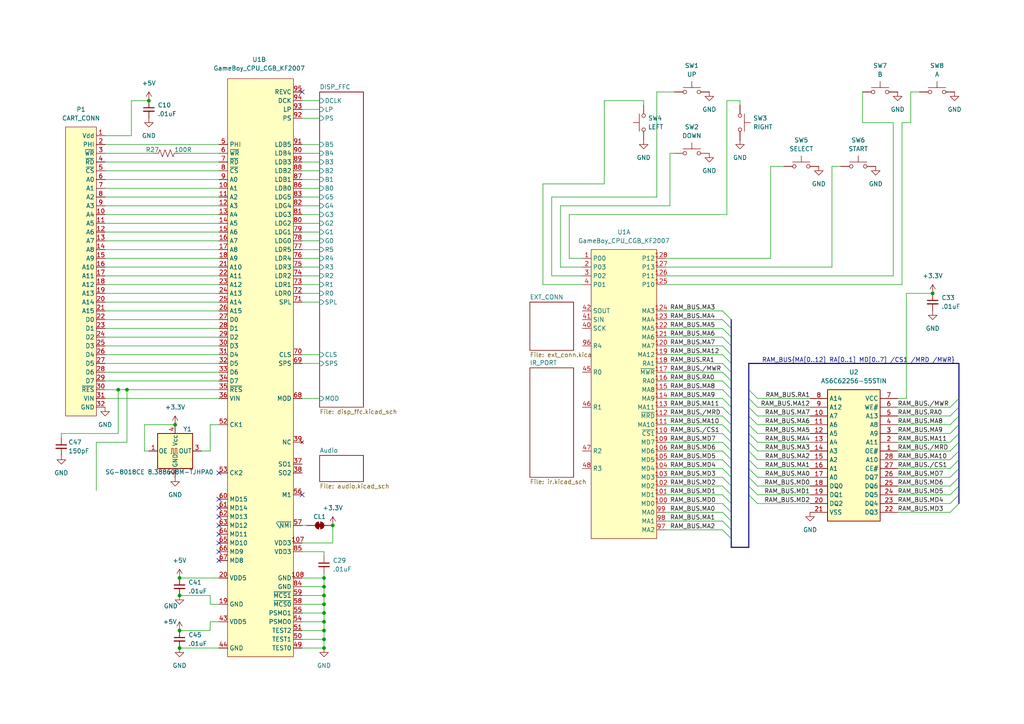
<source format=kicad_sch>
(kicad_sch (version 20250114) (generator "eeschema") (generator_version "9.0")
  (paper "A4")
  (title_block (title "OpenGBC PCB") (company "WhatWare"))
  (lib_symbols
    (symbol "AS6C62256-55STIN:AS6C62256-55STIN"
      (property "Reference" "IC" (at 21.59 7.62 0))
      (property "Value" "AS6C62256-55STIN" (at 21.59 5.08 0))
      (symbol "AS6C62256-55STIN_1_1"
        (rectangle (start 5.08 2.54) (end 20.32 -35.56) (stroke (width 0.254)) (fill (type background)))
        (pin passive line (at 0 0 0) (length 5.08) (name "A14") (number "8"))
        (pin passive line (at 0 -2.54 0) (length 5.08) (name "A12") (number "9"))
        (pin passive line (at 0 -5.08 0) (length 5.08) (name "A7") (number "10"))
        (pin passive line (at 0 -7.62 0) (length 5.08) (name "A6") (number "11"))
        (pin passive line (at 0 -10.16 0) (length 5.08) (name "A5") (number "12"))
        (pin passive line (at 0 -12.7 0) (length 5.08) (name "A4") (number "13"))
        (pin passive line (at 0 -15.24 0) (length 5.08) (name "A3") (number "14"))
        (pin passive line (at 0 -17.78 0) (length 5.08) (name "A2") (number "15"))
        (pin passive line (at 0 -20.32 0) (length 5.08) (name "A1") (number "16"))
        (pin passive line (at 0 -22.86 0) (length 5.08) (name "A0") (number "17"))
        (pin passive line (at 0 -25.4 0) (length 5.08) (name "DQ0") (number "18"))
        (pin passive line (at 0 -27.94 0) (length 5.08) (name "DQ1") (number "19"))
        (pin passive line (at 0 -30.48 0) (length 5.08) (name "DQ2") (number "20"))
        (pin passive line (at 0 -33.02 0) (length 5.08) (name "VSS") (number "21"))
        (pin passive line (at 25.4 0 180) (length 5.08) (name "VCC") (number "7"))
        (pin passive line (at 25.4 -2.54 180) (length 5.08) (name "WE#") (number "6"))
        (pin passive line (at 25.4 -5.08 180) (length 5.08) (name "A13") (number "5"))
        (pin passive line (at 25.4 -7.62 180) (length 5.08) (name "A8") (number "4"))
        (pin passive line (at 25.4 -10.16 180) (length 5.08) (name "A9") (number "3"))
        (pin passive line (at 25.4 -12.7 180) (length 5.08) (name "A11") (number "2"))
        (pin passive line (at 25.4 -15.24 180) (length 5.08) (name "OE#") (number "1"))
        (pin passive line (at 25.4 -17.78 180) (length 5.08) (name "A10") (number "28"))
        (pin passive line (at 25.4 -20.32 180) (length 5.08) (name "CE#") (number "27"))
        (pin passive line (at 25.4 -22.86 180) (length 5.08) (name "DQ7") (number "26"))
        (pin passive line (at 25.4 -25.4 180) (length 5.08) (name "DQ6") (number "25"))
        (pin passive line (at 25.4 -27.94 180) (length 5.08) (name "DQ5") (number "24"))
        (pin passive line (at 25.4 -30.48 180) (length 5.08) (name "DQ4") (number "23"))
        (pin passive line (at 25.4 -33.02 180) (length 5.08) (name "DQ3") (number "22"))
      )
    )
    (symbol "Device:C_Small" (pin_numbers (hide yes)) (pin_names (offset 0.254) (hide yes))
      (property "Reference" "C" (at 0.254 1.778 0))
      (property "Value" "C_Small" (at 0.254 -2.032 0))
      (symbol "C_Small_0_1"
        (polyline (pts (xy -1.524 0.508) (xy 1.524 0.508)) (stroke (width 0.3048)))
        (polyline (pts (xy -1.524 -0.508) (xy 1.524 -0.508)) (stroke (width 0.3302)))
      )
      (symbol "C_Small_1_1"
        (pin passive line (at 0 2.54 270) (length 2.032) (name "~") (number "1"))
        (pin passive line (at 0 -2.54 90) (length 2.032) (name "~") (number "2"))
      )
    )
    (symbol "Device:R_US" (pin_numbers (hide yes)) (pin_names (offset 0))
      (property "Reference" "R" (at 2.54 0 90))
      (property "Value" "R_US" (at -2.54 0 90))
      (symbol "R_US_0_1"
        (polyline (pts (xy 0 2.286) (xy 0 2.54)))
        (polyline (pts (xy 0 2.286) (xy 1.016 1.905) (xy 0 1.524) (xy -1.016 1.143) (xy 0 0.762)))
        (polyline (pts (xy 0 0.762) (xy 1.016 0.381) (xy 0 0) (xy -1.016 -0.381) (xy 0 -0.762)))
        (polyline (pts (xy 0 -0.762) (xy 1.016 -1.143) (xy 0 -1.524) (xy -1.016 -1.905) (xy 0 -2.286)))
        (polyline (pts (xy 0 -2.286) (xy 0 -2.54)))
      )
      (symbol "R_US_1_1"
        (pin passive line (at 0 3.81 270) (length 1.27) (name "~") (number "1"))
        (pin passive line (at 0 -3.81 90) (length 1.27) (name "~") (number "2"))
      )
    )
    (symbol "GameBoy_CPU_CGB_KF2007:GameBoy_CPU_CGB_KF2007"
      (property "Reference" "U" (at 0 135.89 0))
      (property "Value" "GameBoy_CPU_CGB_KF2007" (at 0 133.35 0))
      (symbol "GameBoy_CPU_CGB_KF2007_1_1"
        (rectangle (start -10.16 114.3) (end 8.89 30.48) (fill (type background)))
        (pin input line (at -12.7 111.76 0) (length 2.54) (name "P00") (number "1"))
        (pin input line (at -12.7 109.22 0) (length 2.54) (name "P03") (number "2"))
        (pin input line (at -12.7 106.68 0) (length 2.54) (name "P02") (number "3"))
        (pin input line (at -12.7 104.14 0) (length 2.54) (name "P01") (number "4"))
        (pin output line (at -12.7 96.52 0) (length 2.54) (name "SOUT") (number "42"))
        (pin input line (at -12.7 93.98 0) (length 2.54) (name "SIN") (number "41"))
        (pin bidirectional line (at -12.7 91.44 0) (length 2.54) (name "SCK") (number "40"))
        (pin input line (at -12.7 86.36 0) (length 2.54) (name "R4") (number "96"))
        (pin output line (at -12.7 78.74 0) (length 2.54) (name "R0") (number "45"))
        (pin output line (at -12.7 68.58 0) (length 2.54) (name "R1") (number "46"))
        (pin input line (at -12.7 55.88 0) (length 2.54) (name "R2") (number "47"))
        (pin input line (at -12.7 50.8 0) (length 2.54) (name "R3") (number "48"))
        (pin input line (at 11.43 111.76 180) (length 2.54) (name "P12") (number "128"))
        (pin input line (at 11.43 109.22 180) (length 2.54) (name "P13") (number "127"))
        (pin input line (at 11.43 106.68 180) (length 2.54) (name "P11") (number "126"))
        (pin input line (at 11.43 104.14 180) (length 2.54) (name "P10") (number "125"))
        (pin output line (at 11.43 96.52 180) (length 2.54) (name "MA3") (number "124"))
        (pin output line (at 11.43 93.98 180) (length 2.54) (name "MA4") (number "123"))
        (pin output line (at 11.43 91.44 180) (length 2.54) (name "MA5") (number "122"))
        (pin output line (at 11.43 88.9 180) (length 2.54) (name "MA6") (number "121"))
        (pin output line (at 11.43 86.36 180) (length 2.54) (name "MA7") (number "120"))
        (pin output line (at 11.43 83.82 180) (length 2.54) (name "MA12") (number "119"))
        (pin output line (at 11.43 81.28 180) (length 2.54) (name "RA1") (number "118"))
        (pin output line (at 11.43 78.74 180) (length 2.54) (name "~{MWR}") (number "117"))
        (pin output line (at 11.43 76.2 180) (length 2.54) (name "RA0") (number "116"))
        (pin output line (at 11.43 73.66 180) (length 2.54) (name "MA8") (number "115"))
        (pin output line (at 11.43 71.12 180) (length 2.54) (name "MA9") (number "114"))
        (pin output line (at 11.43 68.58 180) (length 2.54) (name "MA11") (number "113"))
        (pin output line (at 11.43 66.04 180) (length 2.54) (name "~{MRD}") (number "112"))
        (pin output line (at 11.43 63.5 180) (length 2.54) (name "MA10") (number "111"))
        (pin output line (at 11.43 60.96 180) (length 2.54) (name "~{CS1}") (number "110"))
        (pin bidirectional line (at 11.43 58.42 180) (length 2.54) (name "MD7") (number "109"))
        (pin bidirectional line (at 11.43 55.88 180) (length 2.54) (name "MD6") (number "106"))
        (pin bidirectional line (at 11.43 53.34 180) (length 2.54) (name "MD5") (number "105"))
        (pin bidirectional line (at 11.43 50.8 180) (length 2.54) (name "MD4") (number "104"))
        (pin bidirectional line (at 11.43 48.26 180) (length 2.54) (name "MD3") (number "103"))
        (pin bidirectional line (at 11.43 45.72 180) (length 2.54) (name "MD2") (number "102"))
        (pin bidirectional line (at 11.43 43.18 180) (length 2.54) (name "MD1") (number "101"))
        (pin bidirectional line (at 11.43 40.64 180) (length 2.54) (name "MD0") (number "100"))
        (pin output line (at 11.43 38.1 180) (length 2.54) (name "MA0") (number "99"))
        (pin output line (at 11.43 35.56 180) (length 2.54) (name "MA1") (number "98"))
        (pin output line (at 11.43 33.02 180) (length 2.54) (name "MA2") (number "97"))
      )
      (symbol "GameBoy_CPU_CGB_KF2007_2_1"
        (rectangle (start -10.16 130.81) (end 8.89 -36.83) (fill (type background)))
        (pin output line (at -12.7 111.76 0) (length 2.54) (name "PHI") (number "5"))
        (pin output line (at -12.7 109.22 0) (length 2.54) (name "~{WR}") (number "6"))
        (pin output line (at -12.7 106.68 0) (length 2.54) (name "~{RD}") (number "7"))
        (pin output line (at -12.7 104.14 0) (length 2.54) (name "~{CS}") (number "8"))
        (pin output line (at -12.7 101.6 0) (length 2.54) (name "A0") (number "9"))
        (pin output line (at -12.7 99.06 0) (length 2.54) (name "A1") (number "10"))
        (pin output line (at -12.7 96.52 0) (length 2.54) (name "A2") (number "11"))
        (pin output line (at -12.7 93.98 0) (length 2.54) (name "A3") (number "12"))
        (pin output line (at -12.7 91.44 0) (length 2.54) (name "A4") (number "13"))
        (pin output line (at -12.7 88.9 0) (length 2.54) (name "A5") (number "14"))
        (pin output line (at -12.7 86.36 0) (length 2.54) (name "A6") (number "15"))
        (pin output line (at -12.7 83.82 0) (length 2.54) (name "A7") (number "16"))
        (pin output line (at -12.7 81.28 0) (length 2.54) (name "A8") (number "17"))
        (pin output line (at -12.7 78.74 0) (length 2.54) (name "A9") (number "18"))
        (pin output line (at -12.7 76.2 0) (length 2.54) (name "A10") (number "21"))
        (pin output line (at -12.7 73.66 0) (length 2.54) (name "A11") (number "22"))
        (pin output line (at -12.7 71.12 0) (length 2.54) (name "A12") (number "23"))
        (pin output line (at -12.7 68.58 0) (length 2.54) (name "A13") (number "24"))
        (pin output line (at -12.7 66.04 0) (length 2.54) (name "A14") (number "25"))
        (pin output line (at -12.7 63.5 0) (length 2.54) (name "A15") (number "26"))
        (pin bidirectional line (at -12.7 60.96 0) (length 2.54) (name "D0") (number "27"))
        (pin bidirectional line (at -12.7 58.42 0) (length 2.54) (name "D1") (number "28"))
        (pin bidirectional line (at -12.7 55.88 0) (length 2.54) (name "D2") (number "29"))
        (pin bidirectional line (at -12.7 53.34 0) (length 2.54) (name "D3") (number "30"))
        (pin bidirectional line (at -12.7 50.8 0) (length 2.54) (name "D4") (number "31"))
        (pin bidirectional line (at -12.7 48.26 0) (length 2.54) (name "D5") (number "32"))
        (pin bidirectional line (at -12.7 45.72 0) (length 2.54) (name "D6") (number "33"))
        (pin bidirectional line (at -12.7 43.18 0) (length 2.54) (name "D7") (number "34"))
        (pin input line (at -12.7 40.64 0) (length 2.54) (name "~{RES}") (number "35"))
        (pin input line (at -12.7 38.1 0) (length 2.54) (name "VIN") (number "36"))
        (pin input line (at -12.7 30.48 0) (length 2.54) (name "CK1") (number "52"))
        (pin passive line (at -12.7 16.51 0) (length 2.54) (name "CK2") (number "53"))
        (pin bidirectional line (at -12.7 8.89 0) (length 2.54) (name "MD15") (number "60"))
        (pin bidirectional line (at -12.7 6.35 0) (length 2.54) (name "MD14") (number "61"))
        (pin bidirectional line (at -12.7 3.81 0) (length 2.54) (name "MD13") (number "62"))
        (pin bidirectional line (at -12.7 1.27 0) (length 2.54) (name "MD12") (number "63"))
        (pin bidirectional line (at -12.7 -1.27 0) (length 2.54) (name "MD11") (number "64"))
        (pin bidirectional line (at -12.7 -3.81 0) (length 2.54) (name "MD10") (number "65"))
        (pin bidirectional line (at -12.7 -6.35 0) (length 2.54) (name "MD9") (number "66"))
        (pin bidirectional line (at -12.7 -8.89 0) (length 2.54) (name "MD8") (number "67"))
        (pin power_in line (at -12.7 -13.97 0) (length 2.54) (name "VDD5") (number "20"))
        (pin power_in line (at -12.7 -21.59 0) (length 2.54) (name "GND") (number "19"))
        (pin power_in line (at -12.7 -26.67 0) (length 2.54) (name "VDD5") (number "43"))
        (pin power_in line (at -12.7 -34.29 0) (length 2.54) (name "GND") (number "44"))
        (pin output line (at 11.43 127 180) (length 2.54) (name "REVC") (number "95"))
        (pin output line (at 11.43 124.46 180) (length 2.54) (name "DCK") (number "94"))
        (pin output line (at 11.43 121.92 180) (length 2.54) (name "LP") (number "93"))
        (pin output line (at 11.43 119.38 180) (length 2.54) (name "PS") (number "92"))
        (pin output line (at 11.43 111.76 180) (length 2.54) (name "LDB5") (number "91"))
        (pin output line (at 11.43 109.22 180) (length 2.54) (name "LDB4") (number "90"))
        (pin output line (at 11.43 106.68 180) (length 2.54) (name "LDB3") (number "89"))
        (pin output line (at 11.43 104.14 180) (length 2.54) (name "LDB2") (number "88"))
        (pin output line (at 11.43 101.6 180) (length 2.54) (name "LDB1") (number "87"))
        (pin output line (at 11.43 99.06 180) (length 2.54) (name "LDB0") (number "86"))
        (pin output line (at 11.43 96.52 180) (length 2.54) (name "LDG5") (number "83"))
        (pin output line (at 11.43 93.98 180) (length 2.54) (name "LDG4") (number "82"))
        (pin output line (at 11.43 91.44 180) (length 2.54) (name "LDG3") (number "81"))
        (pin output line (at 11.43 88.9 180) (length 2.54) (name "LDG2") (number "80"))
        (pin output line (at 11.43 86.36 180) (length 2.54) (name "LDG1") (number "79"))
        (pin output line (at 11.43 83.82 180) (length 2.54) (name "LDG0") (number "78"))
        (pin output line (at 11.43 81.28 180) (length 2.54) (name "LDR5") (number "77"))
        (pin output line (at 11.43 78.74 180) (length 2.54) (name "LDR4") (number "76"))
        (pin output line (at 11.43 76.2 180) (length 2.54) (name "LDR3") (number "75"))
        (pin output line (at 11.43 73.66 180) (length 2.54) (name "LDR2") (number "74"))
        (pin output line (at 11.43 71.12 180) (length 2.54) (name "LDR1") (number "73"))
        (pin output line (at 11.43 68.58 180) (length 2.54) (name "LDR0") (number "72"))
        (pin output line (at 11.43 66.04 180) (length 2.54) (name "SPL") (number "71"))
        (pin output line (at 11.43 50.8 180) (length 2.54) (name "CLS") (number "70"))
        (pin output line (at 11.43 48.26 180) (length 2.54) (name "SPS") (number "69"))
        (pin output line (at 11.43 38.1 180) (length 2.54) (name "MOD") (number "68"))
        (pin no_connect line (at 11.43 25.4 180) (length 2.54) (name "NC") (number "39"))
        (pin output line (at 11.43 19.05 180) (length 2.54) (name "SO1") (number "37"))
        (pin output line (at 11.43 16.51 180) (length 2.54) (name "SO2") (number "38"))
        (pin output line (at 11.43 10.16 180) (length 2.54) (name "M1") (number "56"))
        (pin input line (at 11.43 1.27 180) (length 2.54) (name "~{\\NMI}") (number "57"))
        (pin power_in line (at 11.43 -3.81 180) (length 2.54) (name "VDD3") (number "107"))
        (pin power_in line (at 11.43 -6.35 180) (length 2.54) (name "VDD3") (number "85"))
        (pin power_in line (at 11.43 -13.97 180) (length 2.54) (name "GND") (number "108"))
        (pin power_in line (at 11.43 -16.51 180) (length 2.54) (name "GND") (number "84"))
        (pin output line (at 11.43 -19.05 180) (length 2.54) (name "~{MCS1}") (number "59"))
        (pin output line (at 11.43 -21.59 180) (length 2.54) (name "~{MCS0}") (number "58"))
        (pin output line (at 11.43 -24.13 180) (length 2.54) (name "PSMO1") (number "55"))
        (pin output line (at 11.43 -26.67 180) (length 2.54) (name "PSMO0") (number "54"))
        (pin input line (at 11.43 -29.21 180) (length 2.54) (name "TEST2") (number "51"))
        (pin input line (at 11.43 -31.75 180) (length 2.54) (name "TEST1") (number "50"))
        (pin input line (at 11.43 -34.29 180) (length 2.54) (name "TEST0") (number "49"))
      )
    )
    (symbol "Jumper:SolderJumper_2_Bridged" (pin_numbers (hide yes)) (pin_names (offset 0) (hide yes)) (in_bom no)
      (property "Reference" "JP" (at 0 2.032 0))
      (property "Value" "SolderJumper_2_Bridged" (at 0 -2.54 0))
      (symbol "SolderJumper_2_Bridged_0_1"
        (rectangle (start -0.508 0.508) (end 0.508 -0.508) (fill (type outline)))
        (polyline (pts (xy -0.254 1.016) (xy -0.254 -1.016)))
        (arc (start -0.254 -1.016) (mid -1.2656 0) (end -0.254 1.016))
        (arc (start -0.254 -1.016) (mid -1.2656 0) (end -0.254 1.016) (fill (type outline)))
        (arc (start 0.254 1.016) (mid 1.2656 0) (end 0.254 -1.016))
        (arc (start 0.254 1.016) (mid 1.2656 0) (end 0.254 -1.016) (fill (type outline)))
        (polyline (pts (xy 0.254 1.016) (xy 0.254 -1.016)))
      )
      (symbol "SolderJumper_2_Bridged_1_1"
        (pin passive line (at -3.81 0 0) (length 2.54) (name "A") (number "1"))
        (pin passive line (at 3.81 0 180) (length 2.54) (name "B") (number "2"))
      )
    )
    (symbol "Oscillator:SG-8002CE" (pin_names (offset 0.254))
      (property "Reference" "Y" (at -5.08 6.35 0))
      (property "Value" "SG-8002CE" (at 1.27 -6.35 0))
      (symbol "SG-8002CE_0_1"
        (rectangle (start -5.08 5.08) (end 5.08 -5.08) (stroke (width 0.254)) (fill (type background)))
        (polyline (pts (xy -1.27 -0.762) (xy -1.016 -0.762) (xy -1.016 0.762) (xy -0.508 0.762) (xy -0.508 -0.762) (xy 0 -0.762) (xy 0 0.762) (xy 0.508 0.762) (xy 0.508 -0.762) (xy 0.762 -0.762)))
      )
      (symbol "SG-8002CE_1_1"
        (pin input line (at -7.62 0 0) (length 2.54) (name "OE") (number "1"))
        (pin power_in line (at 0 7.62 270) (length 2.54) (name "Vcc") (number "4"))
        (pin power_in line (at 0 -7.62 90) (length 2.54) (name "GND") (number "2"))
        (pin output line (at 7.62 0 180) (length 2.54) (name "OUT") (number "3"))
      )
    )
    (symbol "Switch:SW_Push" (pin_numbers (hide yes)) (pin_names (offset 1.016) (hide yes))
      (property "Reference" "SW" (at 1.27 2.54 0))
      (property "Value" "SW_Push" (at 0 -1.524 0))
      (symbol "SW_Push_0_1"
        (circle (center -2.032 0) (radius 0.508))
        (polyline (pts (xy 0 1.27) (xy 0 3.048)))
        (circle (center 2.032 0) (radius 0.508))
        (polyline (pts (xy 2.54 1.27) (xy -2.54 1.27)))
        (pin passive line (at -5.08 0 0) (length 2.54) (name "1") (number "1"))
        (pin passive line (at 5.08 0 180) (length 2.54) (name "2") (number "2"))
      )
    )
    (symbol "gbc_cartridge:CART_CONN"
      (property "Reference" "P" (at 0 42.418 0))
      (property "Value" "CART_CONN" (at 0 40.386 0))
      (symbol "CART_CONN_1_1"
        (rectangle (start -5.08 38.1) (end 3.81 -45.72) (fill (type background)))
        (pin power_in line (at 6.35 35.56 180) (length 2.54) (name "Vdd") (number "1"))
        (pin input line (at 6.35 33.02 180) (length 2.54) (name "PHI") (number "2"))
        (pin input line (at 6.35 30.48 180) (length 2.54) (name "~{WR}") (number "3"))
        (pin input line (at 6.35 27.94 180) (length 2.54) (name "~{RD}") (number "4"))
        (pin input line (at 6.35 25.4 180) (length 2.54) (name "~{CS}") (number "5"))
        (pin input line (at 6.35 22.86 180) (length 2.54) (name "A0") (number "6"))
        (pin input line (at 6.35 20.32 180) (length 2.54) (name "A1") (number "7"))
        (pin input line (at 6.35 17.78 180) (length 2.54) (name "A2") (number "8"))
        (pin input line (at 6.35 15.24 180) (length 2.54) (name "A3") (number "9"))
        (pin input line (at 6.35 12.7 180) (length 2.54) (name "A4") (number "10"))
        (pin input line (at 6.35 10.16 180) (length 2.54) (name "A5") (number "11"))
        (pin input line (at 6.35 7.62 180) (length 2.54) (name "A6") (number "12"))
        (pin input line (at 6.35 5.08 180) (length 2.54) (name "A7") (number "13"))
        (pin input line (at 6.35 2.54 180) (length 2.54) (name "A8") (number "14"))
        (pin input line (at 6.35 0 180) (length 2.54) (name "A9") (number "15"))
        (pin input line (at 6.35 -2.54 180) (length 2.54) (name "A10") (number "16"))
        (pin input line (at 6.35 -5.08 180) (length 2.54) (name "A11") (number "17"))
        (pin input line (at 6.35 -7.62 180) (length 2.54) (name "A12") (number "18"))
        (pin input line (at 6.35 -10.16 180) (length 2.54) (name "A13") (number "19"))
        (pin input line (at 6.35 -12.7 180) (length 2.54) (name "A14") (number "20"))
        (pin input line (at 6.35 -15.24 180) (length 2.54) (name "A15") (number "21"))
        (pin input line (at 6.35 -17.78 180) (length 2.54) (name "D0") (number "22"))
        (pin input line (at 6.35 -20.32 180) (length 2.54) (name "D1") (number "23"))
        (pin input line (at 6.35 -22.86 180) (length 2.54) (name "D2") (number "24"))
        (pin input line (at 6.35 -25.4 180) (length 2.54) (name "D3") (number "25"))
        (pin input line (at 6.35 -27.94 180) (length 2.54) (name "D4") (number "26"))
        (pin input line (at 6.35 -30.48 180) (length 2.54) (name "D5") (number "27"))
        (pin input line (at 6.35 -33.02 180) (length 2.54) (name "D6") (number "28"))
        (pin input line (at 6.35 -35.56 180) (length 2.54) (name "D7") (number "29"))
        (pin input line (at 6.35 -38.1 180) (length 2.54) (name "~{RES}") (number "30"))
        (pin input line (at 6.35 -40.64 180) (length 2.54) (name "VIN") (number "31"))
        (pin input line (at 6.35 -43.18 180) (length 2.54) (name "GND") (number "32"))
      )
    )
    (symbol "power:+3.3V" (power) (pin_numbers (hide yes)) (pin_names (offset 0) (hide yes))
      (property "Value" "+3.3V" (at 0 3.556 0))
      (symbol "+3.3V_0_1"
        (polyline (pts (xy -0.762 1.27) (xy 0 2.54)))
        (polyline (pts (xy 0 2.54) (xy 0.762 1.27)))
        (polyline (pts (xy 0 0) (xy 0 2.54)))
      )
      (symbol "+3.3V_1_1"
        (pin power_in line (at 0 0 90) (length 0) (name "~") (number "1"))
      )
    )
    (symbol "power:+5V" (power) (pin_numbers (hide yes)) (pin_names (offset 0) (hide yes))
      (property "Value" "+5V" (at 0 3.556 0))
      (symbol "+5V_0_1"
        (polyline (pts (xy -0.762 1.27) (xy 0 2.54)))
        (polyline (pts (xy 0 2.54) (xy 0.762 1.27)))
        (polyline (pts (xy 0 0) (xy 0 2.54)))
      )
      (symbol "+5V_1_1"
        (pin power_in line (at 0 0 90) (length 0) (name "~") (number "1"))
      )
    )
    (symbol "power:GND" (power) (pin_numbers (hide yes)) (pin_names (offset 0) (hide yes))
      (property "Value" "GND" (at 0 -3.81 0))
      (symbol "GND_0_1"
        (polyline (pts (xy 0 0) (xy 0 -1.27) (xy 1.27 -1.27) (xy 0 -2.54) (xy -1.27 -1.27) (xy 0 -1.27)))
      )
      (symbol "GND_1_1"
        (pin power_in line (at 0 0 270) (length 0) (name "~") (number "1"))
      )
    )
  )
  (junction (at 93.98 187.96))
  (junction (at 52.07 182.88))
  (junction (at 93.98 170.18))
  (junction (at 96.52 152.4))
  (junction (at 52.07 172.72))
  (junction (at 34.29 113.03))
  (junction (at 270.51 85.09))
  (junction (at 50.8 123.19))
  (junction (at 93.98 175.26))
  (junction (at 93.98 180.34))
  (junction (at 52.07 187.96))
  (junction (at 93.98 167.64))
  (junction (at 43.18 29.21))
  (junction (at 93.98 172.72))
  (junction (at 93.98 177.8))
  (junction (at 93.98 182.88))
  (junction (at 93.98 185.42))
  (junction (at 36.83 113.03))
  (junction (at 52.07 167.64))
  (no_connect (at 63.5 160.02))
  (no_connect (at 63.5 157.48))
  (no_connect (at 63.5 137.16))
  (no_connect (at 63.5 144.78))
  (no_connect (at 63.5 154.94))
  (no_connect (at 87.63 143.51))
  (no_connect (at 63.5 162.56))
  (no_connect (at 63.5 152.4))
  (no_connect (at 87.63 26.67))
  (no_connect (at 63.5 147.32))
  (no_connect (at 63.5 149.86))
  (bus_entry (at 278.13 125.73) (size -2.54 2.54))
  (bus_entry (at 212.09 138.43) (size -2.54 -2.54))
  (bus_entry (at 217.17 128.27) (size 2.54 2.54))
  (bus_entry (at 217.17 123.19) (size 2.54 2.54))
  (bus_entry (at 212.09 128.27) (size -2.54 -2.54))
  (bus_entry (at 212.09 115.57) (size -2.54 -2.54))
  (bus_entry (at 278.13 138.43) (size -2.54 2.54))
  (bus_entry (at 217.17 143.51) (size 2.54 2.54))
  (bus_entry (at 217.17 118.11) (size 2.54 2.54))
  (bus_entry (at 278.13 143.51) (size -2.54 2.54))
  (bus_entry (at 278.13 130.81) (size -2.54 2.54))
  (bus_entry (at 217.17 140.97) (size 2.54 2.54))
  (bus_entry (at 278.13 123.19) (size -2.54 2.54))
  (bus_entry (at 209.55 105.41) (size 2.54 2.54))
  (bus_entry (at 212.09 113.03) (size -2.54 -2.54))
  (bus_entry (at 212.09 156.21) (size -2.54 -2.54))
  (bus_entry (at 278.13 115.57) (size -2.54 2.54))
  (bus_entry (at 212.09 95.25) (size -2.54 -2.54))
  (bus_entry (at 212.09 120.65) (size -2.54 -2.54))
  (bus_entry (at 212.09 153.67) (size -2.54 -2.54))
  (bus_entry (at 212.09 140.97) (size -2.54 -2.54))
  (bus_entry (at 278.13 128.27) (size -2.54 2.54))
  (bus_entry (at 278.13 140.97) (size -2.54 2.54))
  (bus_entry (at 212.09 146.05) (size -2.54 -2.54))
  (bus_entry (at 278.13 120.65) (size -2.54 2.54))
  (bus_entry (at 217.17 125.73) (size 2.54 2.54))
  (bus_entry (at 217.17 130.81) (size 2.54 2.54))
  (bus_entry (at 212.09 123.19) (size -2.54 -2.54))
  (bus_entry (at 278.13 118.11) (size -2.54 2.54))
  (bus_entry (at 212.09 97.79) (size -2.54 -2.54))
  (bus_entry (at 212.09 102.87) (size -2.54 -2.54))
  (bus_entry (at 212.09 143.51) (size -2.54 -2.54))
  (bus_entry (at 217.17 120.65) (size 2.54 2.54))
  (bus_entry (at 212.09 133.35) (size -2.54 -2.54))
  (bus_entry (at 212.09 125.73) (size -2.54 -2.54))
  (bus_entry (at 212.09 92.71) (size -2.54 -2.54))
  (bus_entry (at 212.09 148.59) (size -2.54 -2.54))
  (bus_entry (at 217.17 113.03) (size 2.54 2.54))
  (bus_entry (at 212.09 151.13) (size -2.54 -2.54))
  (bus_entry (at 217.17 135.89) (size 2.54 2.54))
  (bus_entry (at 212.09 118.11) (size -2.54 -2.54))
  (bus_entry (at 212.09 110.49) (size -2.54 -2.54))
  (bus_entry (at 217.17 115.57) (size 2.54 2.54))
  (bus_entry (at 212.09 135.89) (size -2.54 -2.54))
  (bus_entry (at 217.17 133.35) (size 2.54 2.54))
  (bus_entry (at 217.17 138.43) (size 2.54 2.54))
  (bus_entry (at 212.09 100.33) (size -2.54 -2.54))
  (bus_entry (at 278.13 146.05) (size -2.54 2.54))
  (bus_entry (at 278.13 135.89) (size -2.54 2.54))
  (bus_entry (at 278.13 133.35) (size -2.54 2.54))
  (bus_entry (at 212.09 105.41) (size -2.54 -2.54))
  (bus_entry (at 212.09 130.81) (size -2.54 -2.54))
  (wire (pts (xy 34.29 125.73) (xy 34.29 113.03)))
  (bus (pts (xy 217.17 158.75) (xy 212.09 158.75)))
  (wire (pts (xy 87.63 167.64) (xy 93.98 167.64)))
  (wire (pts (xy 193.04 102.87) (xy 209.55 102.87)))
  (wire (pts (xy 30.48 92.71) (xy 63.5 92.71)))
  (wire (pts (xy 165.1 62.23) (xy 210.82 62.23)))
  (wire (pts (xy 93.98 167.64) (xy 93.98 166.37)))
  (wire (pts (xy 30.48 77.47) (xy 63.5 77.47)))
  (wire (pts (xy 52.07 182.88) (xy 60.96 182.88)))
  (wire (pts (xy 87.63 170.18) (xy 93.98 170.18)))
  (wire (pts (xy 93.98 180.34) (xy 93.98 177.8)))
  (bus (pts (xy 217.17 138.43) (xy 217.17 140.97)))
  (wire (pts (xy 193.04 146.05) (xy 209.55 146.05)))
  (wire (pts (xy 87.63 115.57) (xy 92.71 115.57)))
  (bus (pts (xy 217.17 123.19) (xy 217.17 125.73)))
  (wire (pts (xy 219.71 123.19) (xy 234.95 123.19)))
  (wire (pts (xy 87.63 29.21) (xy 92.71 29.21)))
  (wire (pts (xy 193.04 115.57) (xy 209.55 115.57)))
  (wire (pts (xy 193.04 118.11) (xy 209.55 118.11)))
  (wire (pts (xy 194.31 44.45) (xy 195.58 44.45)))
  (wire (pts (xy 223.52 74.93) (xy 223.52 48.26)))
  (wire (pts (xy 41.91 123.19) (xy 50.8 123.19)))
  (bus (pts (xy 212.09 148.59) (xy 212.09 151.13)))
  (wire (pts (xy 264.16 35.56) (xy 264.16 26.67)))
  (bus (pts (xy 217.17 140.97) (xy 217.17 143.51)))
  (bus (pts (xy 212.09 105.41) (xy 212.09 107.95)))
  (wire (pts (xy 193.04 113.03) (xy 209.55 113.03)))
  (bus (pts (xy 217.17 130.81) (xy 217.17 133.35)))
  (wire (pts (xy 38.1 29.21) (xy 43.18 29.21)))
  (wire (pts (xy 260.35 125.73) (xy 275.59 125.73)))
  (wire (pts (xy 30.48 107.95) (xy 63.5 107.95)))
  (wire (pts (xy 30.48 69.85) (xy 63.5 69.85)))
  (wire (pts (xy 96.52 157.48) (xy 87.63 157.48)))
  (wire (pts (xy 193.04 148.59) (xy 209.55 148.59)))
  (wire (pts (xy 87.63 69.85) (xy 92.71 69.85)))
  (wire (pts (xy 93.98 172.72) (xy 93.98 170.18)))
  (wire (pts (xy 241.3 48.26) (xy 243.84 48.26)))
  (wire (pts (xy 30.48 46.99) (xy 63.5 46.99)))
  (wire (pts (xy 30.48 115.57) (xy 63.5 115.57)))
  (wire (pts (xy 260.35 133.35) (xy 275.59 133.35)))
  (wire (pts (xy 260.35 140.97) (xy 275.59 140.97)))
  (bus (pts (xy 278.13 130.81) (xy 278.13 133.35)))
  (wire (pts (xy 260.35 135.89) (xy 275.59 135.89)))
  (wire (pts (xy 87.63 172.72) (xy 93.98 172.72)))
  (wire (pts (xy 87.63 74.93) (xy 92.71 74.93)))
  (wire (pts (xy 52.07 187.96) (xy 63.5 187.96)))
  (wire (pts (xy 87.63 34.29) (xy 92.71 34.29)))
  (wire (pts (xy 30.48 67.31) (xy 63.5 67.31)))
  (bus (pts (xy 212.09 128.27) (xy 212.09 130.81)))
  (wire (pts (xy 193.04 80.01) (xy 259.08 80.01)))
  (wire (pts (xy 262.89 115.57) (xy 260.35 115.57)))
  (wire (pts (xy 219.71 128.27) (xy 234.95 128.27)))
  (wire (pts (xy 30.48 100.33) (xy 63.5 100.33)))
  (wire (pts (xy 87.63 31.75) (xy 92.71 31.75)))
  (wire (pts (xy 30.48 59.69) (xy 63.5 59.69)))
  (wire (pts (xy 36.83 113.03) (xy 63.5 113.03)))
  (bus (pts (xy 212.09 133.35) (xy 212.09 135.89)))
  (bus (pts (xy 217.17 128.27) (xy 217.17 130.81)))
  (wire (pts (xy 168.91 77.47) (xy 162.56 77.47)))
  (bus (pts (xy 212.09 151.13) (xy 212.09 153.67)))
  (wire (pts (xy 219.71 140.97) (xy 234.95 140.97)))
  (bus (pts (xy 212.09 143.51) (xy 212.09 146.05)))
  (wire (pts (xy 260.35 148.59) (xy 275.59 148.59)))
  (wire (pts (xy 193.04 90.17) (xy 209.55 90.17)))
  (wire (pts (xy 260.35 138.43) (xy 275.59 138.43)))
  (bus (pts (xy 278.13 105.41) (xy 278.13 115.57)))
  (bus (pts (xy 212.09 100.33) (xy 212.09 102.87)))
  (wire (pts (xy 60.96 123.19) (xy 63.5 123.19)))
  (wire (pts (xy 219.71 115.57) (xy 234.95 115.57)))
  (wire (pts (xy 157.48 53.34) (xy 175.26 53.34)))
  (wire (pts (xy 87.63 62.23) (xy 92.71 62.23)))
  (bus (pts (xy 278.13 120.65) (xy 278.13 123.19)))
  (wire (pts (xy 87.63 64.77) (xy 92.71 64.77)))
  (wire (pts (xy 168.91 74.93) (xy 165.1 74.93)))
  (wire (pts (xy 219.71 146.05) (xy 234.95 146.05)))
  (bus (pts (xy 217.17 118.11) (xy 217.17 120.65)))
  (wire (pts (xy 219.71 133.35) (xy 234.95 133.35)))
  (wire (pts (xy 219.71 135.89) (xy 234.95 135.89)))
  (wire (pts (xy 30.48 85.09) (xy 63.5 85.09)))
  (wire (pts (xy 250.19 35.56) (xy 259.08 35.56)))
  (wire (pts (xy 214.63 29.21) (xy 214.63 30.48)))
  (bus (pts (xy 212.09 110.49) (xy 212.09 113.03)))
  (wire (pts (xy 63.5 175.26) (xy 60.96 175.26)))
  (wire (pts (xy 260.35 118.11) (xy 275.59 118.11)))
  (bus (pts (xy 212.09 115.57) (xy 212.09 118.11)))
  (bus (pts (xy 217.17 143.51) (xy 217.17 158.75)))
  (wire (pts (xy 58.42 130.81) (xy 60.96 130.81)))
  (wire (pts (xy 261.62 35.56) (xy 264.16 35.56)))
  (wire (pts (xy 175.26 29.21) (xy 186.69 29.21)))
  (wire (pts (xy 60.96 172.72) (xy 52.07 172.72)))
  (wire (pts (xy 27.94 128.27) (xy 27.94 142.24)))
  (wire (pts (xy 87.63 105.41) (xy 92.71 105.41)))
  (wire (pts (xy 87.63 59.69) (xy 92.71 59.69)))
  (wire (pts (xy 87.63 175.26) (xy 93.98 175.26)))
  (wire (pts (xy 168.91 82.55) (xy 157.48 82.55)))
  (wire (pts (xy 30.48 52.07) (xy 63.5 52.07)))
  (wire (pts (xy 193.04 151.13) (xy 209.55 151.13)))
  (wire (pts (xy 30.48 57.15) (xy 63.5 57.15)))
  (bus (pts (xy 278.13 143.51) (xy 278.13 146.05)))
  (wire (pts (xy 87.63 54.61) (xy 92.71 54.61)))
  (wire (pts (xy 210.82 62.23) (xy 210.82 29.21)))
  (bus (pts (xy 278.13 118.11) (xy 278.13 120.65)))
  (wire (pts (xy 219.71 138.43) (xy 234.95 138.43)))
  (bus (pts (xy 212.09 146.05) (xy 212.09 148.59)))
  (wire (pts (xy 38.1 39.37) (xy 38.1 29.21)))
  (bus (pts (xy 212.09 130.81) (xy 212.09 133.35)))
  (bus (pts (xy 217.17 135.89) (xy 217.17 138.43)))
  (wire (pts (xy 160.02 57.15) (xy 190.5 57.15)))
  (wire (pts (xy 87.63 52.07) (xy 92.71 52.07)))
  (wire (pts (xy 30.48 102.87) (xy 63.5 102.87)))
  (bus (pts (xy 212.09 135.89) (xy 212.09 138.43)))
  (wire (pts (xy 93.98 170.18) (xy 93.98 167.64)))
  (wire (pts (xy 30.48 62.23) (xy 63.5 62.23)))
  (bus (pts (xy 212.09 107.95) (xy 212.09 110.49)))
  (bus (pts (xy 278.13 105.41) (xy 217.17 105.41)))
  (wire (pts (xy 223.52 48.26) (xy 227.33 48.26)))
  (wire (pts (xy 93.98 177.8) (xy 93.98 175.26)))
  (wire (pts (xy 194.31 59.69) (xy 194.31 44.45)))
  (wire (pts (xy 36.83 113.03) (xy 36.83 128.27)))
  (wire (pts (xy 193.04 95.25) (xy 209.55 95.25)))
  (wire (pts (xy 264.16 26.67) (xy 266.7 26.67)))
  (bus (pts (xy 217.17 120.65) (xy 217.17 123.19)))
  (wire (pts (xy 193.04 130.81) (xy 209.55 130.81)))
  (bus (pts (xy 217.17 125.73) (xy 217.17 128.27)))
  (wire (pts (xy 241.3 77.47) (xy 241.3 48.26)))
  (wire (pts (xy 30.48 95.25) (xy 63.5 95.25)))
  (wire (pts (xy 52.07 167.64) (xy 63.5 167.64)))
  (wire (pts (xy 193.04 120.65) (xy 209.55 120.65)))
  (wire (pts (xy 162.56 59.69) (xy 194.31 59.69)))
  (wire (pts (xy 30.48 74.93) (xy 63.5 74.93)))
  (wire (pts (xy 190.5 26.67) (xy 195.58 26.67)))
  (wire (pts (xy 260.35 123.19) (xy 275.59 123.19)))
  (bus (pts (xy 212.09 120.65) (xy 212.09 123.19)))
  (wire (pts (xy 193.04 125.73) (xy 209.55 125.73)))
  (wire (pts (xy 193.04 110.49) (xy 209.55 110.49)))
  (wire (pts (xy 193.04 100.33) (xy 209.55 100.33)))
  (wire (pts (xy 193.04 74.93) (xy 223.52 74.93)))
  (wire (pts (xy 186.69 29.21) (xy 186.69 30.48)))
  (wire (pts (xy 60.96 175.26) (xy 60.96 172.72)))
  (bus (pts (xy 278.13 125.73) (xy 278.13 128.27)))
  (wire (pts (xy 87.63 80.01) (xy 92.71 80.01)))
  (wire (pts (xy 60.96 182.88) (xy 60.96 180.34)))
  (bus (pts (xy 217.17 113.03) (xy 217.17 115.57)))
  (wire (pts (xy 88.9 152.4) (xy 87.63 152.4)))
  (wire (pts (xy 60.96 130.81) (xy 60.96 123.19)))
  (wire (pts (xy 30.48 72.39) (xy 63.5 72.39)))
  (wire (pts (xy 193.04 133.35) (xy 209.55 133.35)))
  (wire (pts (xy 87.63 82.55) (xy 92.71 82.55)))
  (wire (pts (xy 165.1 74.93) (xy 165.1 62.23)))
  (wire (pts (xy 210.82 29.21) (xy 214.63 29.21)))
  (bus (pts (xy 217.17 133.35) (xy 217.17 135.89)))
  (wire (pts (xy 17.78 127) (xy 17.78 125.73)))
  (wire (pts (xy 96.52 152.4) (xy 96.52 157.48)))
  (wire (pts (xy 260.35 130.81) (xy 275.59 130.81)))
  (wire (pts (xy 193.04 138.43) (xy 209.55 138.43)))
  (wire (pts (xy 60.96 180.34) (xy 63.5 180.34)))
  (wire (pts (xy 193.04 140.97) (xy 209.55 140.97)))
  (wire (pts (xy 87.63 177.8) (xy 93.98 177.8)))
  (wire (pts (xy 193.04 77.47) (xy 241.3 77.47)))
  (wire (pts (xy 30.48 80.01) (xy 63.5 80.01)))
  (wire (pts (xy 260.35 143.51) (xy 275.59 143.51)))
  (wire (pts (xy 87.63 72.39) (xy 92.71 72.39)))
  (wire (pts (xy 219.71 125.73) (xy 234.95 125.73)))
  (wire (pts (xy 34.29 113.03) (xy 36.83 113.03)))
  (bus (pts (xy 278.13 115.57) (xy 278.13 118.11)))
  (bus (pts (xy 212.09 123.19) (xy 212.09 125.73)))
  (bus (pts (xy 278.13 140.97) (xy 278.13 143.51)))
  (wire (pts (xy 87.63 180.34) (xy 93.98 180.34)))
  (wire (pts (xy 93.98 182.88) (xy 93.98 180.34)))
  (bus (pts (xy 278.13 135.89) (xy 278.13 138.43)))
  (wire (pts (xy 193.04 153.67) (xy 209.55 153.67)))
  (wire (pts (xy 30.48 41.91) (xy 63.5 41.91)))
  (wire (pts (xy 87.63 77.47) (xy 92.71 77.47)))
  (wire (pts (xy 261.62 82.55) (xy 261.62 35.56)))
  (wire (pts (xy 87.63 160.02) (xy 93.98 160.02)))
  (wire (pts (xy 36.83 128.27) (xy 27.94 128.27)))
  (wire (pts (xy 168.91 80.01) (xy 160.02 80.01)))
  (wire (pts (xy 43.18 130.81) (xy 41.91 130.81)))
  (wire (pts (xy 193.04 97.79) (xy 209.55 97.79)))
  (bus (pts (xy 278.13 123.19) (xy 278.13 125.73)))
  (wire (pts (xy 30.48 49.53) (xy 63.5 49.53)))
  (wire (pts (xy 219.71 120.65) (xy 234.95 120.65)))
  (wire (pts (xy 193.04 105.41) (xy 209.55 105.41)))
  (wire (pts (xy 260.35 146.05) (xy 275.59 146.05)))
  (bus (pts (xy 278.13 133.35) (xy 278.13 135.89)))
  (wire (pts (xy 30.48 54.61) (xy 63.5 54.61)))
  (wire (pts (xy 193.04 128.27) (xy 209.55 128.27)))
  (wire (pts (xy 87.63 49.53) (xy 92.71 49.53)))
  (wire (pts (xy 260.35 128.27) (xy 275.59 128.27)))
  (wire (pts (xy 87.63 87.63) (xy 92.71 87.63)))
  (wire (pts (xy 30.48 64.77) (xy 63.5 64.77)))
  (wire (pts (xy 87.63 185.42) (xy 93.98 185.42)))
  (wire (pts (xy 30.48 90.17) (xy 63.5 90.17)))
  (wire (pts (xy 30.48 82.55) (xy 63.5 82.55)))
  (bus (pts (xy 217.17 105.41) (xy 217.17 113.03)))
  (wire (pts (xy 193.04 107.95) (xy 209.55 107.95)))
  (bus (pts (xy 212.09 102.87) (xy 212.09 105.41)))
  (wire (pts (xy 93.98 160.02) (xy 93.98 161.29)))
  (wire (pts (xy 44.45 44.45) (xy 30.48 44.45)))
  (bus (pts (xy 278.13 138.43) (xy 278.13 140.97)))
  (wire (pts (xy 30.48 87.63) (xy 63.5 87.63)))
  (wire (pts (xy 193.04 123.19) (xy 209.55 123.19)))
  (wire (pts (xy 93.98 175.26) (xy 93.98 172.72)))
  (wire (pts (xy 87.63 182.88) (xy 93.98 182.88)))
  (bus (pts (xy 212.09 92.71) (xy 212.09 95.25)))
  (bus (pts (xy 212.09 95.25) (xy 212.09 97.79)))
  (wire (pts (xy 193.04 82.55) (xy 261.62 82.55)))
  (wire (pts (xy 162.56 77.47) (xy 162.56 59.69)))
  (wire (pts (xy 87.63 67.31) (xy 92.71 67.31)))
  (bus (pts (xy 212.09 118.11) (xy 212.09 120.65)))
  (wire (pts (xy 30.48 97.79) (xy 63.5 97.79)))
  (wire (pts (xy 157.48 82.55) (xy 157.48 53.34)))
  (wire (pts (xy 52.07 44.45) (xy 63.5 44.45)))
  (wire (pts (xy 87.63 85.09) (xy 92.71 85.09)))
  (wire (pts (xy 259.08 80.01) (xy 259.08 35.56)))
  (bus (pts (xy 212.09 125.73) (xy 212.09 128.27)))
  (wire (pts (xy 87.63 57.15) (xy 92.71 57.15)))
  (wire (pts (xy 219.71 118.11) (xy 234.95 118.11)))
  (wire (pts (xy 87.63 102.87) (xy 92.71 102.87)))
  (bus (pts (xy 212.09 138.43) (xy 212.09 140.97)))
  (wire (pts (xy 30.48 110.49) (xy 63.5 110.49)))
  (wire (pts (xy 93.98 187.96) (xy 93.98 185.42)))
  (wire (pts (xy 87.63 41.91) (xy 92.71 41.91)))
  (wire (pts (xy 193.04 92.71) (xy 209.55 92.71)))
  (wire (pts (xy 260.35 120.65) (xy 275.59 120.65)))
  (bus (pts (xy 217.17 115.57) (xy 217.17 118.11)))
  (wire (pts (xy 250.19 35.56) (xy 250.19 26.67)))
  (bus (pts (xy 212.09 156.21) (xy 212.09 158.75)))
  (wire (pts (xy 30.48 113.03) (xy 34.29 113.03)))
  (bus (pts (xy 212.09 113.03) (xy 212.09 115.57)))
  (wire (pts (xy 87.63 46.99) (xy 92.71 46.99)))
  (wire (pts (xy 41.91 130.81) (xy 41.91 123.19)))
  (wire (pts (xy 87.63 187.96) (xy 93.98 187.96)))
  (wire (pts (xy 262.89 85.09) (xy 262.89 115.57)))
  (wire (pts (xy 262.89 85.09) (xy 270.51 85.09)))
  (wire (pts (xy 93.98 185.42) (xy 93.98 182.88)))
  (wire (pts (xy 175.26 53.34) (xy 175.26 29.21)))
  (wire (pts (xy 87.63 44.45) (xy 92.71 44.45)))
  (wire (pts (xy 160.02 80.01) (xy 160.02 57.15)))
  (bus (pts (xy 212.09 97.79) (xy 212.09 100.33)))
  (wire (pts (xy 30.48 39.37) (xy 38.1 39.37)))
  (wire (pts (xy 30.48 105.41) (xy 63.5 105.41)))
  (wire (pts (xy 193.04 143.51) (xy 209.55 143.51)))
  (wire (pts (xy 190.5 57.15) (xy 190.5 26.67)))
  (bus (pts (xy 212.09 140.97) (xy 212.09 143.51)))
  (wire (pts (xy 17.78 125.73) (xy 34.29 125.73)))
  (bus (pts (xy 212.09 153.67) (xy 212.09 156.21)))
  (wire (pts (xy 193.04 135.89) (xy 209.55 135.89)))
  (wire (pts (xy 219.71 143.51) (xy 234.95 143.51)))
  (wire (pts (xy 219.71 130.81) (xy 234.95 130.81)))
  (bus (pts (xy 278.13 128.27) (xy 278.13 130.81)))
  (label "RAM_BUS.{slash}CS1" (at 194.31 125.73 0))
  (label "RAM_BUS.MD3" (at 194.31 138.43 0))
  (label "RAM_BUS.MD1" (at 234.95 143.51 180))
  (label "RAM_BUS.MA2" (at 194.31 153.67 0))
  (label "RAM_BUS.MD6" (at 194.31 130.81 0))
  (label "RAM_BUS.MA8" (at 194.31 113.03 0))
  (label "RAM_BUS.MA7" (at 234.95 120.65 180))
  (label "RAM_BUS.MD7" (at 194.31 128.27 0))
  (label "RAM_BUS.MA9" (at 260.35 125.73 0))
  (label "RAM_BUS.MA7" (at 194.31 100.33 0))
  (label "RAM_BUS.MA4" (at 194.31 92.71 0))
  (label "RAM_BUS.MA10" (at 260.35 133.35 0))
  (label "RAM_BUS.MA9" (at 194.31 115.57 0))
  (label "RAM_BUS.RA1" (at 234.95 115.57 180))
  (label "RAM_BUS.MA0" (at 194.31 148.59 0))
  (label "RAM_BUS.{slash}MWR" (at 194.31 107.95 0))
  (label "RAM_BUS.MA6" (at 194.31 97.79 0))
  (label "RAM_BUS.MD5" (at 260.35 143.51 0))
  (label "RAM_BUS.MD4" (at 194.31 135.89 0))
  (label "RAM_BUS.MD2" (at 194.31 140.97 0))
  (label "RAM_BUS.MA11" (at 194.31 118.11 0))
  (label "RAM_BUS.MA3" (at 234.95 130.81 180))
  (label "RAM_BUS.MD5" (at 194.31 133.35 0))
  (label "RAM_BUS.RA0" (at 194.31 110.49 0))
  (label "RAM_BUS.RA1" (at 194.31 105.41 0))
  (label "RAM_BUS.MA11" (at 260.35 128.27 0))
  (label "RAM_BUS.MA6" (at 234.95 123.19 180))
  (label "RAM_BUS.MA10" (at 194.31 123.19 0))
  (label "RAM_BUS.RA0" (at 260.35 120.65 0))
  (label "RAM_BUS.MD7" (at 260.35 138.43 0))
  (label "RAM_BUS{MA[0..12] RA[0..1] MD[0..7] {slash}CS1 {slash}MRD {slash}MWR}" (at 220.98 105.41 0))
  (label "RAM_BUS.MA1" (at 194.31 151.13 0))
  (label "RAM_BUS.{slash}MRD" (at 260.35 130.81 0))
  (label "RAM_BUS.MD0" (at 234.95 140.97 180))
  (label "RAM_BUS.MA1" (at 234.95 135.89 180))
  (label "RAM_BUS.MA0" (at 234.95 138.43 180))
  (label "RAM_BUS.MA12" (at 234.95 118.11 180))
  (label "RAM_BUS.MA12" (at 194.31 102.87 0))
  (label "RAM_BUS.MD0" (at 194.31 146.05 0))
  (label "RAM_BUS.MD6" (at 260.35 140.97 0))
  (label "RAM_BUS.MA5" (at 234.95 125.73 180))
  (label "RAM_BUS.{slash}MRD" (at 194.31 120.65 0))
  (label "RAM_BUS.MA2" (at 234.95 133.35 180))
  (label "RAM_BUS.MA4" (at 234.95 128.27 180))
  (label "RAM_BUS.MA8" (at 260.35 123.19 0))
  (label "RAM_BUS.MD1" (at 194.31 143.51 0))
  (label "RAM_BUS.MA5" (at 194.31 95.25 0))
  (label "RAM_BUS.MD4" (at 260.35 146.05 0))
  (label "RAM_BUS.{slash}MWR" (at 260.35 118.11 0))
  (label "RAM_BUS.MD3" (at 260.35 148.59 0))
  (label "RAM_BUS.MA3" (at 194.31 90.17 0))
  (label "RAM_BUS.{slash}CS1" (at 260.35 135.89 0))
  (label "RAM_BUS.MD2" (at 234.95 146.05 180))
  (symbol (lib_id "Switch:SW_Push") (at 186.69 35.56 90) (unit 1)
    (property "Reference" "SW4" (at 187.96 34.2899 90) (effects (justify right)))
    (property "Value" "LEFT" (at 187.96 36.8299 90) (effects (justify right)))
    (property "Description" "Push button switch, generic, two pins" (effects (hide yes)))
  )
  (symbol (lib_id "power:+3.3V") (at 270.51 85.09 0) (unit 1)
    (property "Reference" "#PWR02" (effects (hide yes)))
    (property "Value" "+3.3V" (at 270.51 80.01 0))
    (property "Description" "Power symbol creates a global label with name \"+3.3V\"" (effects (hide yes)))
  )
  (symbol (lib_id "power:+5V") (at 52.07 182.88 0) (unit 1)
    (property "Reference" "#PWR011" (effects (hide yes)))
    (property "Value" "+5V" (at 49.276 180.34 0))
    (property "Description" "Power symbol creates a global label with name \"+5V\"" (effects (hide yes)))
  )
  (symbol (lib_id "Switch:SW_Push") (at 248.92 48.26 0) (unit 1)
    (property "Reference" "SW6" (at 248.92 40.64 0))
    (property "Value" "START" (at 248.92 43.18 0))
    (property "Description" "Push button switch, generic, two pins" (effects (hide yes)))
  )
  (symbol (lib_id "power:GND") (at 17.78 132.08 0) (unit 1)
    (property "Reference" "#PWR015" (effects (hide yes)))
    (property "Value" "GND" (at 17.78 137.16 0))
    (property "Description" "Power symbol creates a global label with name \"GND\" , ground" (effects (hide yes)))
  )
  (symbol (lib_id "power:GND") (at 52.07 172.72 0) (unit 1)
    (property "Reference" "#PWR0101" (effects (hide yes)))
    (property "Value" "GND" (at 49.53 175.768 0))
    (property "Description" "Power symbol creates a global label with name \"GND\" , ground" (effects (hide yes)))
  )
  (symbol (lib_id "power:GND") (at 237.49 48.26 0) (unit 1)
    (property "Reference" "#PWR0106" (effects (hide yes)))
    (property "Value" "GND" (at 237.49 53.34 0))
    (property "Description" "Power symbol creates a global label with name \"GND\" , ground" (effects (hide yes)))
  )
  (symbol (lib_id "power:GND") (at 52.07 187.96 0) (unit 1)
    (property "Reference" "#PWR012" (effects (hide yes)))
    (property "Value" "GND" (at 52.07 193.04 0))
    (property "Description" "Power symbol creates a global label with name \"GND\" , ground" (effects (hide yes)))
  )
  (symbol (lib_id "power:GND") (at 186.69 40.64 0) (unit 1)
    (property "Reference" "#PWR04" (effects (hide yes)))
    (property "Value" "GND" (at 186.69 45.72 0))
    (property "Description" "Power symbol creates a global label with name \"GND\" , ground" (effects (hide yes)))
  )
  (symbol (lib_id "power:+5V") (at 52.07 167.64 0) (unit 1)
    (property "Reference" "#PWR010" (effects (hide yes)))
    (property "Value" "+5V" (at 52.07 162.56 0))
    (property "Description" "Power symbol creates a global label with name \"+5V\"" (effects (hide yes)))
  )
  (symbol (lib_id "AS6C62256-55STIN:AS6C62256-55STIN") (at 234.95 115.57 0) (unit 1)
    (property "Reference" "U2" (at 247.65 107.95 0))
    (property "Value" "AS6C62256-55STIN" (at 247.65 110.49 0))
    (property "Footprint" "SOP55P1340X120-28N" (effects (hide yes)))
    (property "Datasheet" "https://www.alliancememory.com/wp-content/uploads/pdf/AS6C62256.pdf" (effects (hide yes)))
    (property "Description" "SRAM - Asynchronous Memory IC 256Kbit Parallel 55 ns 28-sTSOP" (effects (hide yes)))
    (property "Height" "1.2" (effects (hide yes)))
    (property "Mouser Part Number" "913-AS6C62256-55STIN" (effects (hide yes)))
    (property "Mouser Price/Stock" "https://www.mouser.co.uk/ProductDetail/Alliance-Memory/AS6C62256-55STIN?qs=qaMcOsTcLd%252BNYrhCWOktRQ%3D%3D" (effects (hide yes)))
    (property "Manufacturer_Name" "Alliance Memory" (effects (hide yes)))
    (property "Manufacturer_Part_Number" "AS6C62256-55STIN" (effects (hide yes)))
  )
  (symbol (lib_id "power:GND") (at 93.98 187.96 0) (unit 1)
    (property "Reference" "#PWR013" (effects (hide yes)))
    (property "Value" "GND" (at 93.98 193.04 0))
    (property "Description" "Power symbol creates a global label with name \"GND\" , ground" (effects (hide yes)))
  )
  (symbol (lib_id "Oscillator:SG-8002CE") (at 50.8 130.81 0) (unit 1)
    (property "Reference" "Y1" (at 54.356 124.46 0))
    (property "Value" "SG-8018CE 8.388608M-TJHPA0" (at 46.228 136.906 0))
    (property "Footprint" "Oscillator:Oscillator_SMD_SeikoEpson_SG8002CE-4Pin_3.2x2.5mm" (effects (hide yes)))
    (property "Datasheet" "https://support.epson.biz/td/api/doc_check.php?mode=dl&lang=en&Parts=SG-8002DC" (effects (hide yes)))
    (property "Description" "CMOS Clock Oscillator" (effects (hide yes)))
  )
  (symbol (lib_id "power:GND") (at 30.48 118.11 0) (unit 1)
    (property "Reference" "#PWR05" (effects (hide yes)))
    (property "Value" "GND" (at 30.48 123.19 0))
    (property "Description" "Power symbol creates a global label with name \"GND\" , ground" (effects (hide yes)))
  )
  (symbol (lib_id "power:+5V") (at 43.18 29.21 0) (unit 1)
    (property "Reference" "#PWR06" (effects (hide yes)))
    (property "Value" "+5V" (at 43.18 24.13 0))
    (property "Description" "Power symbol creates a global label with name \"+5V\"" (effects (hide yes)))
  )
  (symbol (lib_id "power:GND") (at 254 48.26 0) (unit 1)
    (property "Reference" "#PWR0105" (effects (hide yes)))
    (property "Value" "GND" (at 254 53.34 0))
    (property "Description" "Power symbol creates a global label with name \"GND\" , ground" (effects (hide yes)))
  )
  (symbol (lib_id "Switch:SW_Push") (at 232.41 48.26 0) (unit 1)
    (property "Reference" "SW5" (at 232.41 40.64 0))
    (property "Value" "SELECT" (at 232.41 43.18 0))
    (property "Description" "Push button switch, generic, two pins" (effects (hide yes)))
  )
  (symbol (lib_id "Switch:SW_Push") (at 200.66 44.45 0) (unit 1)
    (property "Reference" "SW2" (at 200.66 36.83 0))
    (property "Value" "DOWN" (at 200.66 39.37 0))
    (property "Description" "Push button switch, generic, two pins" (effects (hide yes)))
  )
  (symbol (lib_id "power:GND") (at 270.51 90.17 0) (unit 1)
    (property "Reference" "#PWR03" (effects (hide yes)))
    (property "Value" "GND" (at 270.51 95.25 0))
    (property "Description" "Power symbol creates a global label with name \"GND\" , ground" (effects (hide yes)))
  )
  (symbol (lib_id "power:+3.3V") (at 50.8 123.19 0) (unit 1)
    (property "Reference" "#PWR09" (effects (hide yes)))
    (property "Value" "+3.3V" (at 50.8 118.11 0))
    (property "Description" "Power symbol creates a global label with name \"+3.3V\"" (effects (hide yes)))
  )
  (symbol (lib_id "Device:C_Small") (at 270.51 87.63 0) (unit 1)
    (property "Reference" "C33" (at 273.05 86.3662 0) (effects (justify left)))
    (property "Value" ".01uF" (at 273.05 88.9062 0) (effects (justify left)))
    (property "Description" "Unpolarized capacitor, small symbol" (effects (hide yes)))
  )
  (symbol (lib_id "Switch:SW_Push") (at 271.78 26.67 0) (unit 1)
    (property "Reference" "SW8" (at 271.78 19.05 0))
    (property "Value" "A" (at 271.78 21.59 0))
    (property "Description" "Push button switch, generic, two pins" (effects (hide yes)))
  )
  (symbol (lib_id "Device:C_Small") (at 52.07 185.42 0) (unit 1)
    (property "Reference" "C45" (at 54.61 184.1562 0) (effects (justify left)))
    (property "Value" ".01uF" (at 54.61 186.6962 0) (effects (justify left)))
    (property "Description" "Unpolarized capacitor, small symbol" (effects (hide yes)))
  )
  (symbol (lib_id "gbc_cartridge:CART_CONN") (at 24.13 74.93 0) (unit 1)
    (property "Reference" "P1" (at 23.495 31.75 0))
    (property "Value" "CART_CONN" (at 23.495 34.29 0))
  )
  (symbol (lib_id "Switch:SW_Push") (at 255.27 26.67 0) (unit 1)
    (property "Reference" "SW7" (at 255.27 19.05 0))
    (property "Value" "B" (at 255.27 21.59 0))
    (property "Description" "Push button switch, generic, two pins" (effects (hide yes)))
  )
  (symbol (lib_id "Device:C_Small") (at 52.07 170.18 0) (unit 1)
    (property "Reference" "C41" (at 54.61 168.9162 0) (effects (justify left)))
    (property "Value" ".01uF" (at 54.61 171.4562 0) (effects (justify left)))
    (property "Description" "Unpolarized capacitor, small symbol" (effects (hide yes)))
  )
  (symbol (lib_id "power:GND") (at 43.18 34.29 0) (unit 1)
    (property "Reference" "#PWR07" (effects (hide yes)))
    (property "Value" "GND" (at 43.18 39.37 0))
    (property "Description" "Power symbol creates a global label with name \"GND\" , ground" (effects (hide yes)))
  )
  (symbol (lib_id "power:GND") (at 205.74 44.45 0) (unit 1)
    (property "Reference" "#PWR0103" (effects (hide yes)))
    (property "Value" "GND" (at 205.74 49.53 0))
    (property "Description" "Power symbol creates a global label with name \"GND\" , ground" (effects (hide yes)))
  )
  (symbol (lib_id "power:GND") (at 260.35 26.67 0) (unit 1)
    (property "Reference" "#PWR0104" (effects (hide yes)))
    (property "Value" "GND" (at 260.35 31.75 0))
    (property "Description" "Power symbol creates a global label with name \"GND\" , ground" (effects (hide yes)))
  )
  (symbol (lib_id "Switch:SW_Push") (at 200.66 26.67 0) (unit 1)
    (property "Reference" "SW1" (at 200.66 19.05 0))
    (property "Value" "UP" (at 200.66 21.59 0))
    (property "Description" "Push button switch, generic, two pins" (effects (hide yes)))
  )
  (symbol (lib_id "power:GND") (at 214.63 40.64 0) (unit 1)
    (property "Reference" "#PWR0107" (effects (hide yes)))
    (property "Value" "GND" (at 214.63 45.72 0))
    (property "Description" "Power symbol creates a global label with name \"GND\" , ground" (effects (hide yes)))
  )
  (symbol (lib_id "power:GND") (at 276.86 26.67 0) (unit 1)
    (property "Reference" "#PWR0108" (effects (hide yes)))
    (property "Value" "GND" (at 276.86 31.75 0))
    (property "Description" "Power symbol creates a global label with name \"GND\" , ground" (effects (hide yes)))
  )
  (symbol (lib_id "GameBoy_CPU_CGB_KF2007:GameBoy_CPU_CGB_KF2007") (at 181.61 186.69 0) (unit 1)
    (property "Reference" "U1" (at 180.975 67.31 0))
    (property "Value" "GameBoy_CPU_CGB_KF2007" (at 180.975 69.85 0))
  )
  (symbol (lib_id "power:GND") (at 234.95 148.59 0) (unit 1)
    (property "Reference" "#PWR01" (effects (hide yes)))
    (property "Value" "GND" (at 234.95 153.67 0))
    (property "Description" "Power symbol creates a global label with name \"GND\" , ground" (effects (hide yes)))
  )
  (symbol (lib_id "Device:R_US") (at 48.26 44.45 90) (unit 1)
    (property "Reference" "R27" (at 44.196 43.434 90))
    (property "Value" "100R" (at 53.086 43.434 90))
    (property "Description" "Resistor, US symbol" (effects (hide yes)))
  )
  (symbol (lib_id "Jumper:SolderJumper_2_Bridged") (at 92.71 152.4 0) (unit 1) (in_bom no)
    (property "Reference" "CL1" (at 92.71 149.86 0))
    (property "Value" "SolderJumper_2_Bridged" (effects (hide yes)))
    (property "Description" "Solder Jumper, 2-pole, closed/bridged" (effects (hide yes)))
  )
  (symbol (lib_id "power:GND") (at 50.8 138.43 0) (unit 1)
    (property "Reference" "#PWR08" (effects (hide yes)))
    (property "Value" "GND" (at 50.8 143.51 0))
    (property "Description" "Power symbol creates a global label with name \"GND\" , ground" (effects (hide yes)))
  )
  (symbol (lib_id "power:GND") (at 205.74 26.67 0) (unit 1)
    (property "Reference" "#PWR0102" (effects (hide yes)))
    (property "Value" "GND" (at 205.74 31.75 0))
    (property "Description" "Power symbol creates a global label with name \"GND\" , ground" (effects (hide yes)))
  )
  (symbol (lib_id "power:+3.3V") (at 96.52 152.4 0) (unit 1)
    (property "Reference" "#PWR014" (effects (hide yes)))
    (property "Value" "+3.3V" (at 96.52 147.32 0))
    (property "Description" "Power symbol creates a global label with name \"+3.3V\"" (effects (hide yes)))
  )
  (symbol (lib_id "Device:C_Small") (at 17.78 129.54 0) (unit 1)
    (property "Reference" "C47" (at 19.812 128.27 0) (effects (justify left)))
    (property "Value" "150pF" (at 19.812 130.81 0) (effects (justify left)))
    (property "Description" "Unpolarized capacitor, small symbol" (effects (hide yes)))
  )
  (symbol (lib_id "Switch:SW_Push") (at 214.63 35.56 270) (unit 1)
    (property "Reference" "SW3" (at 218.44 34.2899 90) (effects (justify left)))
    (property "Value" "RIGHT" (at 218.44 36.8299 90) (effects (justify left)))
    (property "Description" "Push button switch, generic, two pins" (effects (hide yes)))
  )
  (symbol (lib_id "Device:C_Small") (at 43.18 31.75 0) (unit 1)
    (property "Reference" "C10" (at 45.72 30.4862 0) (effects (justify left)))
    (property "Value" ".01uF" (at 45.72 33.0262 0) (effects (justify left)))
    (property "Description" "Unpolarized capacitor, small symbol" (effects (hide yes)))
  )
  (symbol (lib_id "Device:C_Small") (at 93.98 163.83 0) (unit 1)
    (property "Reference" "C29" (at 96.52 162.5662 0) (effects (justify left)))
    (property "Value" ".01uF" (at 96.52 165.1062 0) (effects (justify left)))
    (property "Description" "Unpolarized capacitor, small symbol" (effects (hide yes)))
  )
  (symbol (lib_id "GameBoy_CPU_CGB_KF2007:GameBoy_CPU_CGB_KF2007") (at 76.2 153.67 0) (unit 2)
    (property "Reference" "U1" (at 75.184 17.272 0))
    (property "Value" "GameBoy_CPU_CGB_KF2007" (at 75.184 19.812 0))
  )
  (sheet (at 153.67 106.68) (size 12.7 31.75) (stroke (width 0.1524))
    (property "Sheetname" "IR_PORT" (at 153.67 105.9684 0) (effects (justify left bottom)))
    (property "Sheetfile" "ir.kicad_sch" (at 153.67 139.0146 0) (effects (justify left top)))
  )
  (sheet (at 153.67 87.63) (size 12.7 13.97) (stroke (width 0.1524))
    (property "Sheetname" "EXT_CONN" (at 153.67 86.9184 0) (effects (justify left bottom)))
    (property "Sheetfile" "ext_conn.kicad_sch" (at 153.67 102.1846 0) (effects (justify left top)))
  )
  (sheet (at 92.71 132.08) (size 12.7 7.62) (stroke (width 0.1524))
    (property "Sheetname" "Audio" (at 92.71 131.3684 0) (effects (justify left bottom)))
    (property "Sheetfile" "audio.kicad_sch" (at 92.71 140.2846 0) (effects (justify left top)))
  )
  (sheet (at 92.71 26.67) (size 12.7 91.44) (stroke (width 0.1524))
    (property "Sheetname" "DISP_FFC" (at 92.71 25.9584 0) (effects (justify left bottom)))
    (property "Sheetfile" "disp_ffc.kicad_sch" (at 92.71 118.6946 0) (effects (justify left top)))
    (pin "B0" input (at 92.71 54.61 180))
    (pin "B1" input (at 92.71 52.07 180))
    (pin "B2" input (at 92.71 49.53 180))
    (pin "B3" input (at 92.71 46.99 180))
    (pin "B4" input (at 92.71 44.45 180))
    (pin "B5" input (at 92.71 41.91 180))
    (pin "CLS" input (at 92.71 102.87 180))
    (pin "DCLK" input (at 92.71 29.21 180))
    (pin "G0" input (at 92.71 69.85 180))
    (pin "G1" input (at 92.71 67.31 180))
    (pin "G2" input (at 92.71 64.77 180))
    (pin "G3" input (at 92.71 62.23 180))
    (pin "G4" input (at 92.71 59.69 180))
    (pin "G5" input (at 92.71 57.15 180))
    (pin "LP" input (at 92.71 31.75 180))
    (pin "MOD" input (at 92.71 115.57 180))
    (pin "PS" input (at 92.71 34.29 180))
    (pin "R0" input (at 92.71 85.09 180))
    (pin "R1" input (at 92.71 82.55 180))
    (pin "R2" input (at 92.71 80.01 180))
    (pin "R3" input (at 92.71 77.47 180))
    (pin "R4" input (at 92.71 74.93 180))
    (pin "R5" input (at 92.71 72.39 180))
    (pin "SPL" input (at 92.71 87.63 180))
    (pin "SPS" input (at 92.71 105.41 180))
  )
)
</source>
